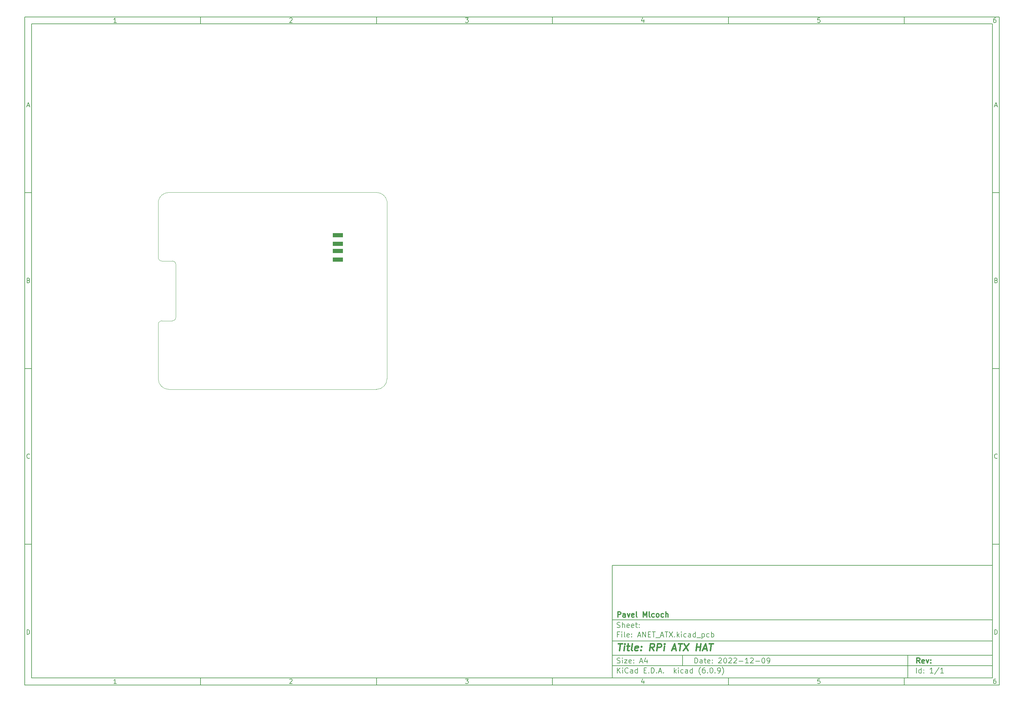
<source format=gbr>
%TF.GenerationSoftware,KiCad,Pcbnew,(6.0.9)*%
%TF.CreationDate,2022-12-14T14:08:06+01:00*%
%TF.ProjectId,ANET_ATX,414e4554-5f41-4545-982e-6b696361645f,rev?*%
%TF.SameCoordinates,Original*%
%TF.FileFunction,Paste,Top*%
%TF.FilePolarity,Positive*%
%FSLAX46Y46*%
G04 Gerber Fmt 4.6, Leading zero omitted, Abs format (unit mm)*
G04 Created by KiCad (PCBNEW (6.0.9)) date 2022-12-14 14:08:06*
%MOMM*%
%LPD*%
G01*
G04 APERTURE LIST*
%ADD10C,0.100000*%
%ADD11C,0.150000*%
%ADD12C,0.300000*%
%ADD13C,0.400000*%
%TA.AperFunction,Profile*%
%ADD14C,0.100000*%
%TD*%
%ADD15R,3.000000X1.250000*%
G04 APERTURE END LIST*
D10*
D11*
X177002200Y-166007200D02*
X177002200Y-198007200D01*
X285002200Y-198007200D01*
X285002200Y-166007200D01*
X177002200Y-166007200D01*
D10*
D11*
X10000000Y-10000000D02*
X10000000Y-200007200D01*
X287002200Y-200007200D01*
X287002200Y-10000000D01*
X10000000Y-10000000D01*
D10*
D11*
X12000000Y-12000000D02*
X12000000Y-198007200D01*
X285002200Y-198007200D01*
X285002200Y-12000000D01*
X12000000Y-12000000D01*
D10*
D11*
X60000000Y-12000000D02*
X60000000Y-10000000D01*
D10*
D11*
X110000000Y-12000000D02*
X110000000Y-10000000D01*
D10*
D11*
X160000000Y-12000000D02*
X160000000Y-10000000D01*
D10*
D11*
X210000000Y-12000000D02*
X210000000Y-10000000D01*
D10*
D11*
X260000000Y-12000000D02*
X260000000Y-10000000D01*
D10*
D11*
X36065476Y-11588095D02*
X35322619Y-11588095D01*
X35694047Y-11588095D02*
X35694047Y-10288095D01*
X35570238Y-10473809D01*
X35446428Y-10597619D01*
X35322619Y-10659523D01*
D10*
D11*
X85322619Y-10411904D02*
X85384523Y-10350000D01*
X85508333Y-10288095D01*
X85817857Y-10288095D01*
X85941666Y-10350000D01*
X86003571Y-10411904D01*
X86065476Y-10535714D01*
X86065476Y-10659523D01*
X86003571Y-10845238D01*
X85260714Y-11588095D01*
X86065476Y-11588095D01*
D10*
D11*
X135260714Y-10288095D02*
X136065476Y-10288095D01*
X135632142Y-10783333D01*
X135817857Y-10783333D01*
X135941666Y-10845238D01*
X136003571Y-10907142D01*
X136065476Y-11030952D01*
X136065476Y-11340476D01*
X136003571Y-11464285D01*
X135941666Y-11526190D01*
X135817857Y-11588095D01*
X135446428Y-11588095D01*
X135322619Y-11526190D01*
X135260714Y-11464285D01*
D10*
D11*
X185941666Y-10721428D02*
X185941666Y-11588095D01*
X185632142Y-10226190D02*
X185322619Y-11154761D01*
X186127380Y-11154761D01*
D10*
D11*
X236003571Y-10288095D02*
X235384523Y-10288095D01*
X235322619Y-10907142D01*
X235384523Y-10845238D01*
X235508333Y-10783333D01*
X235817857Y-10783333D01*
X235941666Y-10845238D01*
X236003571Y-10907142D01*
X236065476Y-11030952D01*
X236065476Y-11340476D01*
X236003571Y-11464285D01*
X235941666Y-11526190D01*
X235817857Y-11588095D01*
X235508333Y-11588095D01*
X235384523Y-11526190D01*
X235322619Y-11464285D01*
D10*
D11*
X285941666Y-10288095D02*
X285694047Y-10288095D01*
X285570238Y-10350000D01*
X285508333Y-10411904D01*
X285384523Y-10597619D01*
X285322619Y-10845238D01*
X285322619Y-11340476D01*
X285384523Y-11464285D01*
X285446428Y-11526190D01*
X285570238Y-11588095D01*
X285817857Y-11588095D01*
X285941666Y-11526190D01*
X286003571Y-11464285D01*
X286065476Y-11340476D01*
X286065476Y-11030952D01*
X286003571Y-10907142D01*
X285941666Y-10845238D01*
X285817857Y-10783333D01*
X285570238Y-10783333D01*
X285446428Y-10845238D01*
X285384523Y-10907142D01*
X285322619Y-11030952D01*
D10*
D11*
X60000000Y-198007200D02*
X60000000Y-200007200D01*
D10*
D11*
X110000000Y-198007200D02*
X110000000Y-200007200D01*
D10*
D11*
X160000000Y-198007200D02*
X160000000Y-200007200D01*
D10*
D11*
X210000000Y-198007200D02*
X210000000Y-200007200D01*
D10*
D11*
X260000000Y-198007200D02*
X260000000Y-200007200D01*
D10*
D11*
X36065476Y-199595295D02*
X35322619Y-199595295D01*
X35694047Y-199595295D02*
X35694047Y-198295295D01*
X35570238Y-198481009D01*
X35446428Y-198604819D01*
X35322619Y-198666723D01*
D10*
D11*
X85322619Y-198419104D02*
X85384523Y-198357200D01*
X85508333Y-198295295D01*
X85817857Y-198295295D01*
X85941666Y-198357200D01*
X86003571Y-198419104D01*
X86065476Y-198542914D01*
X86065476Y-198666723D01*
X86003571Y-198852438D01*
X85260714Y-199595295D01*
X86065476Y-199595295D01*
D10*
D11*
X135260714Y-198295295D02*
X136065476Y-198295295D01*
X135632142Y-198790533D01*
X135817857Y-198790533D01*
X135941666Y-198852438D01*
X136003571Y-198914342D01*
X136065476Y-199038152D01*
X136065476Y-199347676D01*
X136003571Y-199471485D01*
X135941666Y-199533390D01*
X135817857Y-199595295D01*
X135446428Y-199595295D01*
X135322619Y-199533390D01*
X135260714Y-199471485D01*
D10*
D11*
X185941666Y-198728628D02*
X185941666Y-199595295D01*
X185632142Y-198233390D02*
X185322619Y-199161961D01*
X186127380Y-199161961D01*
D10*
D11*
X236003571Y-198295295D02*
X235384523Y-198295295D01*
X235322619Y-198914342D01*
X235384523Y-198852438D01*
X235508333Y-198790533D01*
X235817857Y-198790533D01*
X235941666Y-198852438D01*
X236003571Y-198914342D01*
X236065476Y-199038152D01*
X236065476Y-199347676D01*
X236003571Y-199471485D01*
X235941666Y-199533390D01*
X235817857Y-199595295D01*
X235508333Y-199595295D01*
X235384523Y-199533390D01*
X235322619Y-199471485D01*
D10*
D11*
X285941666Y-198295295D02*
X285694047Y-198295295D01*
X285570238Y-198357200D01*
X285508333Y-198419104D01*
X285384523Y-198604819D01*
X285322619Y-198852438D01*
X285322619Y-199347676D01*
X285384523Y-199471485D01*
X285446428Y-199533390D01*
X285570238Y-199595295D01*
X285817857Y-199595295D01*
X285941666Y-199533390D01*
X286003571Y-199471485D01*
X286065476Y-199347676D01*
X286065476Y-199038152D01*
X286003571Y-198914342D01*
X285941666Y-198852438D01*
X285817857Y-198790533D01*
X285570238Y-198790533D01*
X285446428Y-198852438D01*
X285384523Y-198914342D01*
X285322619Y-199038152D01*
D10*
D11*
X10000000Y-60000000D02*
X12000000Y-60000000D01*
D10*
D11*
X10000000Y-110000000D02*
X12000000Y-110000000D01*
D10*
D11*
X10000000Y-160000000D02*
X12000000Y-160000000D01*
D10*
D11*
X10690476Y-35216666D02*
X11309523Y-35216666D01*
X10566666Y-35588095D02*
X11000000Y-34288095D01*
X11433333Y-35588095D01*
D10*
D11*
X11092857Y-84907142D02*
X11278571Y-84969047D01*
X11340476Y-85030952D01*
X11402380Y-85154761D01*
X11402380Y-85340476D01*
X11340476Y-85464285D01*
X11278571Y-85526190D01*
X11154761Y-85588095D01*
X10659523Y-85588095D01*
X10659523Y-84288095D01*
X11092857Y-84288095D01*
X11216666Y-84350000D01*
X11278571Y-84411904D01*
X11340476Y-84535714D01*
X11340476Y-84659523D01*
X11278571Y-84783333D01*
X11216666Y-84845238D01*
X11092857Y-84907142D01*
X10659523Y-84907142D01*
D10*
D11*
X11402380Y-135464285D02*
X11340476Y-135526190D01*
X11154761Y-135588095D01*
X11030952Y-135588095D01*
X10845238Y-135526190D01*
X10721428Y-135402380D01*
X10659523Y-135278571D01*
X10597619Y-135030952D01*
X10597619Y-134845238D01*
X10659523Y-134597619D01*
X10721428Y-134473809D01*
X10845238Y-134350000D01*
X11030952Y-134288095D01*
X11154761Y-134288095D01*
X11340476Y-134350000D01*
X11402380Y-134411904D01*
D10*
D11*
X10659523Y-185588095D02*
X10659523Y-184288095D01*
X10969047Y-184288095D01*
X11154761Y-184350000D01*
X11278571Y-184473809D01*
X11340476Y-184597619D01*
X11402380Y-184845238D01*
X11402380Y-185030952D01*
X11340476Y-185278571D01*
X11278571Y-185402380D01*
X11154761Y-185526190D01*
X10969047Y-185588095D01*
X10659523Y-185588095D01*
D10*
D11*
X287002200Y-60000000D02*
X285002200Y-60000000D01*
D10*
D11*
X287002200Y-110000000D02*
X285002200Y-110000000D01*
D10*
D11*
X287002200Y-160000000D02*
X285002200Y-160000000D01*
D10*
D11*
X285692676Y-35216666D02*
X286311723Y-35216666D01*
X285568866Y-35588095D02*
X286002200Y-34288095D01*
X286435533Y-35588095D01*
D10*
D11*
X286095057Y-84907142D02*
X286280771Y-84969047D01*
X286342676Y-85030952D01*
X286404580Y-85154761D01*
X286404580Y-85340476D01*
X286342676Y-85464285D01*
X286280771Y-85526190D01*
X286156961Y-85588095D01*
X285661723Y-85588095D01*
X285661723Y-84288095D01*
X286095057Y-84288095D01*
X286218866Y-84350000D01*
X286280771Y-84411904D01*
X286342676Y-84535714D01*
X286342676Y-84659523D01*
X286280771Y-84783333D01*
X286218866Y-84845238D01*
X286095057Y-84907142D01*
X285661723Y-84907142D01*
D10*
D11*
X286404580Y-135464285D02*
X286342676Y-135526190D01*
X286156961Y-135588095D01*
X286033152Y-135588095D01*
X285847438Y-135526190D01*
X285723628Y-135402380D01*
X285661723Y-135278571D01*
X285599819Y-135030952D01*
X285599819Y-134845238D01*
X285661723Y-134597619D01*
X285723628Y-134473809D01*
X285847438Y-134350000D01*
X286033152Y-134288095D01*
X286156961Y-134288095D01*
X286342676Y-134350000D01*
X286404580Y-134411904D01*
D10*
D11*
X285661723Y-185588095D02*
X285661723Y-184288095D01*
X285971247Y-184288095D01*
X286156961Y-184350000D01*
X286280771Y-184473809D01*
X286342676Y-184597619D01*
X286404580Y-184845238D01*
X286404580Y-185030952D01*
X286342676Y-185278571D01*
X286280771Y-185402380D01*
X286156961Y-185526190D01*
X285971247Y-185588095D01*
X285661723Y-185588095D01*
D10*
D11*
X200434342Y-193785771D02*
X200434342Y-192285771D01*
X200791485Y-192285771D01*
X201005771Y-192357200D01*
X201148628Y-192500057D01*
X201220057Y-192642914D01*
X201291485Y-192928628D01*
X201291485Y-193142914D01*
X201220057Y-193428628D01*
X201148628Y-193571485D01*
X201005771Y-193714342D01*
X200791485Y-193785771D01*
X200434342Y-193785771D01*
X202577200Y-193785771D02*
X202577200Y-193000057D01*
X202505771Y-192857200D01*
X202362914Y-192785771D01*
X202077200Y-192785771D01*
X201934342Y-192857200D01*
X202577200Y-193714342D02*
X202434342Y-193785771D01*
X202077200Y-193785771D01*
X201934342Y-193714342D01*
X201862914Y-193571485D01*
X201862914Y-193428628D01*
X201934342Y-193285771D01*
X202077200Y-193214342D01*
X202434342Y-193214342D01*
X202577200Y-193142914D01*
X203077200Y-192785771D02*
X203648628Y-192785771D01*
X203291485Y-192285771D02*
X203291485Y-193571485D01*
X203362914Y-193714342D01*
X203505771Y-193785771D01*
X203648628Y-193785771D01*
X204720057Y-193714342D02*
X204577200Y-193785771D01*
X204291485Y-193785771D01*
X204148628Y-193714342D01*
X204077200Y-193571485D01*
X204077200Y-193000057D01*
X204148628Y-192857200D01*
X204291485Y-192785771D01*
X204577200Y-192785771D01*
X204720057Y-192857200D01*
X204791485Y-193000057D01*
X204791485Y-193142914D01*
X204077200Y-193285771D01*
X205434342Y-193642914D02*
X205505771Y-193714342D01*
X205434342Y-193785771D01*
X205362914Y-193714342D01*
X205434342Y-193642914D01*
X205434342Y-193785771D01*
X205434342Y-192857200D02*
X205505771Y-192928628D01*
X205434342Y-193000057D01*
X205362914Y-192928628D01*
X205434342Y-192857200D01*
X205434342Y-193000057D01*
X207220057Y-192428628D02*
X207291485Y-192357200D01*
X207434342Y-192285771D01*
X207791485Y-192285771D01*
X207934342Y-192357200D01*
X208005771Y-192428628D01*
X208077200Y-192571485D01*
X208077200Y-192714342D01*
X208005771Y-192928628D01*
X207148628Y-193785771D01*
X208077200Y-193785771D01*
X209005771Y-192285771D02*
X209148628Y-192285771D01*
X209291485Y-192357200D01*
X209362914Y-192428628D01*
X209434342Y-192571485D01*
X209505771Y-192857200D01*
X209505771Y-193214342D01*
X209434342Y-193500057D01*
X209362914Y-193642914D01*
X209291485Y-193714342D01*
X209148628Y-193785771D01*
X209005771Y-193785771D01*
X208862914Y-193714342D01*
X208791485Y-193642914D01*
X208720057Y-193500057D01*
X208648628Y-193214342D01*
X208648628Y-192857200D01*
X208720057Y-192571485D01*
X208791485Y-192428628D01*
X208862914Y-192357200D01*
X209005771Y-192285771D01*
X210077200Y-192428628D02*
X210148628Y-192357200D01*
X210291485Y-192285771D01*
X210648628Y-192285771D01*
X210791485Y-192357200D01*
X210862914Y-192428628D01*
X210934342Y-192571485D01*
X210934342Y-192714342D01*
X210862914Y-192928628D01*
X210005771Y-193785771D01*
X210934342Y-193785771D01*
X211505771Y-192428628D02*
X211577200Y-192357200D01*
X211720057Y-192285771D01*
X212077200Y-192285771D01*
X212220057Y-192357200D01*
X212291485Y-192428628D01*
X212362914Y-192571485D01*
X212362914Y-192714342D01*
X212291485Y-192928628D01*
X211434342Y-193785771D01*
X212362914Y-193785771D01*
X213005771Y-193214342D02*
X214148628Y-193214342D01*
X215648628Y-193785771D02*
X214791485Y-193785771D01*
X215220057Y-193785771D02*
X215220057Y-192285771D01*
X215077200Y-192500057D01*
X214934342Y-192642914D01*
X214791485Y-192714342D01*
X216220057Y-192428628D02*
X216291485Y-192357200D01*
X216434342Y-192285771D01*
X216791485Y-192285771D01*
X216934342Y-192357200D01*
X217005771Y-192428628D01*
X217077200Y-192571485D01*
X217077200Y-192714342D01*
X217005771Y-192928628D01*
X216148628Y-193785771D01*
X217077200Y-193785771D01*
X217720057Y-193214342D02*
X218862914Y-193214342D01*
X219862914Y-192285771D02*
X220005771Y-192285771D01*
X220148628Y-192357200D01*
X220220057Y-192428628D01*
X220291485Y-192571485D01*
X220362914Y-192857200D01*
X220362914Y-193214342D01*
X220291485Y-193500057D01*
X220220057Y-193642914D01*
X220148628Y-193714342D01*
X220005771Y-193785771D01*
X219862914Y-193785771D01*
X219720057Y-193714342D01*
X219648628Y-193642914D01*
X219577200Y-193500057D01*
X219505771Y-193214342D01*
X219505771Y-192857200D01*
X219577200Y-192571485D01*
X219648628Y-192428628D01*
X219720057Y-192357200D01*
X219862914Y-192285771D01*
X221077200Y-193785771D02*
X221362914Y-193785771D01*
X221505771Y-193714342D01*
X221577200Y-193642914D01*
X221720057Y-193428628D01*
X221791485Y-193142914D01*
X221791485Y-192571485D01*
X221720057Y-192428628D01*
X221648628Y-192357200D01*
X221505771Y-192285771D01*
X221220057Y-192285771D01*
X221077200Y-192357200D01*
X221005771Y-192428628D01*
X220934342Y-192571485D01*
X220934342Y-192928628D01*
X221005771Y-193071485D01*
X221077200Y-193142914D01*
X221220057Y-193214342D01*
X221505771Y-193214342D01*
X221648628Y-193142914D01*
X221720057Y-193071485D01*
X221791485Y-192928628D01*
D10*
D11*
X177002200Y-194507200D02*
X285002200Y-194507200D01*
D10*
D11*
X178434342Y-196585771D02*
X178434342Y-195085771D01*
X179291485Y-196585771D02*
X178648628Y-195728628D01*
X179291485Y-195085771D02*
X178434342Y-195942914D01*
X179934342Y-196585771D02*
X179934342Y-195585771D01*
X179934342Y-195085771D02*
X179862914Y-195157200D01*
X179934342Y-195228628D01*
X180005771Y-195157200D01*
X179934342Y-195085771D01*
X179934342Y-195228628D01*
X181505771Y-196442914D02*
X181434342Y-196514342D01*
X181220057Y-196585771D01*
X181077200Y-196585771D01*
X180862914Y-196514342D01*
X180720057Y-196371485D01*
X180648628Y-196228628D01*
X180577200Y-195942914D01*
X180577200Y-195728628D01*
X180648628Y-195442914D01*
X180720057Y-195300057D01*
X180862914Y-195157200D01*
X181077200Y-195085771D01*
X181220057Y-195085771D01*
X181434342Y-195157200D01*
X181505771Y-195228628D01*
X182791485Y-196585771D02*
X182791485Y-195800057D01*
X182720057Y-195657200D01*
X182577200Y-195585771D01*
X182291485Y-195585771D01*
X182148628Y-195657200D01*
X182791485Y-196514342D02*
X182648628Y-196585771D01*
X182291485Y-196585771D01*
X182148628Y-196514342D01*
X182077200Y-196371485D01*
X182077200Y-196228628D01*
X182148628Y-196085771D01*
X182291485Y-196014342D01*
X182648628Y-196014342D01*
X182791485Y-195942914D01*
X184148628Y-196585771D02*
X184148628Y-195085771D01*
X184148628Y-196514342D02*
X184005771Y-196585771D01*
X183720057Y-196585771D01*
X183577200Y-196514342D01*
X183505771Y-196442914D01*
X183434342Y-196300057D01*
X183434342Y-195871485D01*
X183505771Y-195728628D01*
X183577200Y-195657200D01*
X183720057Y-195585771D01*
X184005771Y-195585771D01*
X184148628Y-195657200D01*
X186005771Y-195800057D02*
X186505771Y-195800057D01*
X186720057Y-196585771D02*
X186005771Y-196585771D01*
X186005771Y-195085771D01*
X186720057Y-195085771D01*
X187362914Y-196442914D02*
X187434342Y-196514342D01*
X187362914Y-196585771D01*
X187291485Y-196514342D01*
X187362914Y-196442914D01*
X187362914Y-196585771D01*
X188077200Y-196585771D02*
X188077200Y-195085771D01*
X188434342Y-195085771D01*
X188648628Y-195157200D01*
X188791485Y-195300057D01*
X188862914Y-195442914D01*
X188934342Y-195728628D01*
X188934342Y-195942914D01*
X188862914Y-196228628D01*
X188791485Y-196371485D01*
X188648628Y-196514342D01*
X188434342Y-196585771D01*
X188077200Y-196585771D01*
X189577200Y-196442914D02*
X189648628Y-196514342D01*
X189577200Y-196585771D01*
X189505771Y-196514342D01*
X189577200Y-196442914D01*
X189577200Y-196585771D01*
X190220057Y-196157200D02*
X190934342Y-196157200D01*
X190077200Y-196585771D02*
X190577200Y-195085771D01*
X191077200Y-196585771D01*
X191577200Y-196442914D02*
X191648628Y-196514342D01*
X191577200Y-196585771D01*
X191505771Y-196514342D01*
X191577200Y-196442914D01*
X191577200Y-196585771D01*
X194577200Y-196585771D02*
X194577200Y-195085771D01*
X194720057Y-196014342D02*
X195148628Y-196585771D01*
X195148628Y-195585771D02*
X194577200Y-196157200D01*
X195791485Y-196585771D02*
X195791485Y-195585771D01*
X195791485Y-195085771D02*
X195720057Y-195157200D01*
X195791485Y-195228628D01*
X195862914Y-195157200D01*
X195791485Y-195085771D01*
X195791485Y-195228628D01*
X197148628Y-196514342D02*
X197005771Y-196585771D01*
X196720057Y-196585771D01*
X196577200Y-196514342D01*
X196505771Y-196442914D01*
X196434342Y-196300057D01*
X196434342Y-195871485D01*
X196505771Y-195728628D01*
X196577200Y-195657200D01*
X196720057Y-195585771D01*
X197005771Y-195585771D01*
X197148628Y-195657200D01*
X198434342Y-196585771D02*
X198434342Y-195800057D01*
X198362914Y-195657200D01*
X198220057Y-195585771D01*
X197934342Y-195585771D01*
X197791485Y-195657200D01*
X198434342Y-196514342D02*
X198291485Y-196585771D01*
X197934342Y-196585771D01*
X197791485Y-196514342D01*
X197720057Y-196371485D01*
X197720057Y-196228628D01*
X197791485Y-196085771D01*
X197934342Y-196014342D01*
X198291485Y-196014342D01*
X198434342Y-195942914D01*
X199791485Y-196585771D02*
X199791485Y-195085771D01*
X199791485Y-196514342D02*
X199648628Y-196585771D01*
X199362914Y-196585771D01*
X199220057Y-196514342D01*
X199148628Y-196442914D01*
X199077200Y-196300057D01*
X199077200Y-195871485D01*
X199148628Y-195728628D01*
X199220057Y-195657200D01*
X199362914Y-195585771D01*
X199648628Y-195585771D01*
X199791485Y-195657200D01*
X202077200Y-197157200D02*
X202005771Y-197085771D01*
X201862914Y-196871485D01*
X201791485Y-196728628D01*
X201720057Y-196514342D01*
X201648628Y-196157200D01*
X201648628Y-195871485D01*
X201720057Y-195514342D01*
X201791485Y-195300057D01*
X201862914Y-195157200D01*
X202005771Y-194942914D01*
X202077200Y-194871485D01*
X203291485Y-195085771D02*
X203005771Y-195085771D01*
X202862914Y-195157200D01*
X202791485Y-195228628D01*
X202648628Y-195442914D01*
X202577200Y-195728628D01*
X202577200Y-196300057D01*
X202648628Y-196442914D01*
X202720057Y-196514342D01*
X202862914Y-196585771D01*
X203148628Y-196585771D01*
X203291485Y-196514342D01*
X203362914Y-196442914D01*
X203434342Y-196300057D01*
X203434342Y-195942914D01*
X203362914Y-195800057D01*
X203291485Y-195728628D01*
X203148628Y-195657200D01*
X202862914Y-195657200D01*
X202720057Y-195728628D01*
X202648628Y-195800057D01*
X202577200Y-195942914D01*
X204077200Y-196442914D02*
X204148628Y-196514342D01*
X204077200Y-196585771D01*
X204005771Y-196514342D01*
X204077200Y-196442914D01*
X204077200Y-196585771D01*
X205077200Y-195085771D02*
X205220057Y-195085771D01*
X205362914Y-195157200D01*
X205434342Y-195228628D01*
X205505771Y-195371485D01*
X205577200Y-195657200D01*
X205577200Y-196014342D01*
X205505771Y-196300057D01*
X205434342Y-196442914D01*
X205362914Y-196514342D01*
X205220057Y-196585771D01*
X205077200Y-196585771D01*
X204934342Y-196514342D01*
X204862914Y-196442914D01*
X204791485Y-196300057D01*
X204720057Y-196014342D01*
X204720057Y-195657200D01*
X204791485Y-195371485D01*
X204862914Y-195228628D01*
X204934342Y-195157200D01*
X205077200Y-195085771D01*
X206220057Y-196442914D02*
X206291485Y-196514342D01*
X206220057Y-196585771D01*
X206148628Y-196514342D01*
X206220057Y-196442914D01*
X206220057Y-196585771D01*
X207005771Y-196585771D02*
X207291485Y-196585771D01*
X207434342Y-196514342D01*
X207505771Y-196442914D01*
X207648628Y-196228628D01*
X207720057Y-195942914D01*
X207720057Y-195371485D01*
X207648628Y-195228628D01*
X207577200Y-195157200D01*
X207434342Y-195085771D01*
X207148628Y-195085771D01*
X207005771Y-195157200D01*
X206934342Y-195228628D01*
X206862914Y-195371485D01*
X206862914Y-195728628D01*
X206934342Y-195871485D01*
X207005771Y-195942914D01*
X207148628Y-196014342D01*
X207434342Y-196014342D01*
X207577200Y-195942914D01*
X207648628Y-195871485D01*
X207720057Y-195728628D01*
X208220057Y-197157200D02*
X208291485Y-197085771D01*
X208434342Y-196871485D01*
X208505771Y-196728628D01*
X208577200Y-196514342D01*
X208648628Y-196157200D01*
X208648628Y-195871485D01*
X208577200Y-195514342D01*
X208505771Y-195300057D01*
X208434342Y-195157200D01*
X208291485Y-194942914D01*
X208220057Y-194871485D01*
D10*
D11*
X177002200Y-191507200D02*
X285002200Y-191507200D01*
D10*
D12*
X264411485Y-193785771D02*
X263911485Y-193071485D01*
X263554342Y-193785771D02*
X263554342Y-192285771D01*
X264125771Y-192285771D01*
X264268628Y-192357200D01*
X264340057Y-192428628D01*
X264411485Y-192571485D01*
X264411485Y-192785771D01*
X264340057Y-192928628D01*
X264268628Y-193000057D01*
X264125771Y-193071485D01*
X263554342Y-193071485D01*
X265625771Y-193714342D02*
X265482914Y-193785771D01*
X265197200Y-193785771D01*
X265054342Y-193714342D01*
X264982914Y-193571485D01*
X264982914Y-193000057D01*
X265054342Y-192857200D01*
X265197200Y-192785771D01*
X265482914Y-192785771D01*
X265625771Y-192857200D01*
X265697200Y-193000057D01*
X265697200Y-193142914D01*
X264982914Y-193285771D01*
X266197200Y-192785771D02*
X266554342Y-193785771D01*
X266911485Y-192785771D01*
X267482914Y-193642914D02*
X267554342Y-193714342D01*
X267482914Y-193785771D01*
X267411485Y-193714342D01*
X267482914Y-193642914D01*
X267482914Y-193785771D01*
X267482914Y-192857200D02*
X267554342Y-192928628D01*
X267482914Y-193000057D01*
X267411485Y-192928628D01*
X267482914Y-192857200D01*
X267482914Y-193000057D01*
D10*
D11*
X178362914Y-193714342D02*
X178577200Y-193785771D01*
X178934342Y-193785771D01*
X179077200Y-193714342D01*
X179148628Y-193642914D01*
X179220057Y-193500057D01*
X179220057Y-193357200D01*
X179148628Y-193214342D01*
X179077200Y-193142914D01*
X178934342Y-193071485D01*
X178648628Y-193000057D01*
X178505771Y-192928628D01*
X178434342Y-192857200D01*
X178362914Y-192714342D01*
X178362914Y-192571485D01*
X178434342Y-192428628D01*
X178505771Y-192357200D01*
X178648628Y-192285771D01*
X179005771Y-192285771D01*
X179220057Y-192357200D01*
X179862914Y-193785771D02*
X179862914Y-192785771D01*
X179862914Y-192285771D02*
X179791485Y-192357200D01*
X179862914Y-192428628D01*
X179934342Y-192357200D01*
X179862914Y-192285771D01*
X179862914Y-192428628D01*
X180434342Y-192785771D02*
X181220057Y-192785771D01*
X180434342Y-193785771D01*
X181220057Y-193785771D01*
X182362914Y-193714342D02*
X182220057Y-193785771D01*
X181934342Y-193785771D01*
X181791485Y-193714342D01*
X181720057Y-193571485D01*
X181720057Y-193000057D01*
X181791485Y-192857200D01*
X181934342Y-192785771D01*
X182220057Y-192785771D01*
X182362914Y-192857200D01*
X182434342Y-193000057D01*
X182434342Y-193142914D01*
X181720057Y-193285771D01*
X183077200Y-193642914D02*
X183148628Y-193714342D01*
X183077200Y-193785771D01*
X183005771Y-193714342D01*
X183077200Y-193642914D01*
X183077200Y-193785771D01*
X183077200Y-192857200D02*
X183148628Y-192928628D01*
X183077200Y-193000057D01*
X183005771Y-192928628D01*
X183077200Y-192857200D01*
X183077200Y-193000057D01*
X184862914Y-193357200D02*
X185577200Y-193357200D01*
X184720057Y-193785771D02*
X185220057Y-192285771D01*
X185720057Y-193785771D01*
X186862914Y-192785771D02*
X186862914Y-193785771D01*
X186505771Y-192214342D02*
X186148628Y-193285771D01*
X187077200Y-193285771D01*
D10*
D11*
X263434342Y-196585771D02*
X263434342Y-195085771D01*
X264791485Y-196585771D02*
X264791485Y-195085771D01*
X264791485Y-196514342D02*
X264648628Y-196585771D01*
X264362914Y-196585771D01*
X264220057Y-196514342D01*
X264148628Y-196442914D01*
X264077200Y-196300057D01*
X264077200Y-195871485D01*
X264148628Y-195728628D01*
X264220057Y-195657200D01*
X264362914Y-195585771D01*
X264648628Y-195585771D01*
X264791485Y-195657200D01*
X265505771Y-196442914D02*
X265577200Y-196514342D01*
X265505771Y-196585771D01*
X265434342Y-196514342D01*
X265505771Y-196442914D01*
X265505771Y-196585771D01*
X265505771Y-195657200D02*
X265577200Y-195728628D01*
X265505771Y-195800057D01*
X265434342Y-195728628D01*
X265505771Y-195657200D01*
X265505771Y-195800057D01*
X268148628Y-196585771D02*
X267291485Y-196585771D01*
X267720057Y-196585771D02*
X267720057Y-195085771D01*
X267577200Y-195300057D01*
X267434342Y-195442914D01*
X267291485Y-195514342D01*
X269862914Y-195014342D02*
X268577200Y-196942914D01*
X271148628Y-196585771D02*
X270291485Y-196585771D01*
X270720057Y-196585771D02*
X270720057Y-195085771D01*
X270577200Y-195300057D01*
X270434342Y-195442914D01*
X270291485Y-195514342D01*
D10*
D11*
X177002200Y-187507200D02*
X285002200Y-187507200D01*
D10*
D13*
X178714580Y-188211961D02*
X179857438Y-188211961D01*
X179036009Y-190211961D02*
X179286009Y-188211961D01*
X180274104Y-190211961D02*
X180440771Y-188878628D01*
X180524104Y-188211961D02*
X180416961Y-188307200D01*
X180500295Y-188402438D01*
X180607438Y-188307200D01*
X180524104Y-188211961D01*
X180500295Y-188402438D01*
X181107438Y-188878628D02*
X181869342Y-188878628D01*
X181476485Y-188211961D02*
X181262200Y-189926247D01*
X181333628Y-190116723D01*
X181512200Y-190211961D01*
X181702676Y-190211961D01*
X182655057Y-190211961D02*
X182476485Y-190116723D01*
X182405057Y-189926247D01*
X182619342Y-188211961D01*
X184190771Y-190116723D02*
X183988390Y-190211961D01*
X183607438Y-190211961D01*
X183428866Y-190116723D01*
X183357438Y-189926247D01*
X183452676Y-189164342D01*
X183571723Y-188973866D01*
X183774104Y-188878628D01*
X184155057Y-188878628D01*
X184333628Y-188973866D01*
X184405057Y-189164342D01*
X184381247Y-189354819D01*
X183405057Y-189545295D01*
X185155057Y-190021485D02*
X185238390Y-190116723D01*
X185131247Y-190211961D01*
X185047914Y-190116723D01*
X185155057Y-190021485D01*
X185131247Y-190211961D01*
X185286009Y-188973866D02*
X185369342Y-189069104D01*
X185262200Y-189164342D01*
X185178866Y-189069104D01*
X185286009Y-188973866D01*
X185262200Y-189164342D01*
X188750295Y-190211961D02*
X188202676Y-189259580D01*
X187607438Y-190211961D02*
X187857438Y-188211961D01*
X188619342Y-188211961D01*
X188797914Y-188307200D01*
X188881247Y-188402438D01*
X188952676Y-188592914D01*
X188916961Y-188878628D01*
X188797914Y-189069104D01*
X188690771Y-189164342D01*
X188488390Y-189259580D01*
X187726485Y-189259580D01*
X189607438Y-190211961D02*
X189857438Y-188211961D01*
X190619342Y-188211961D01*
X190797914Y-188307200D01*
X190881247Y-188402438D01*
X190952676Y-188592914D01*
X190916961Y-188878628D01*
X190797914Y-189069104D01*
X190690771Y-189164342D01*
X190488390Y-189259580D01*
X189726485Y-189259580D01*
X191607438Y-190211961D02*
X191774104Y-188878628D01*
X191857438Y-188211961D02*
X191750295Y-188307200D01*
X191833628Y-188402438D01*
X191940771Y-188307200D01*
X191857438Y-188211961D01*
X191833628Y-188402438D01*
X194059819Y-189640533D02*
X195012200Y-189640533D01*
X193797914Y-190211961D02*
X194714580Y-188211961D01*
X195131247Y-190211961D01*
X195762200Y-188211961D02*
X196905057Y-188211961D01*
X196083628Y-190211961D02*
X196333628Y-188211961D01*
X197381247Y-188211961D02*
X198464580Y-190211961D01*
X198714580Y-188211961D02*
X197131247Y-190211961D01*
X200750295Y-190211961D02*
X201000295Y-188211961D01*
X200881247Y-189164342D02*
X202024104Y-189164342D01*
X201893152Y-190211961D02*
X202143152Y-188211961D01*
X202821723Y-189640533D02*
X203774104Y-189640533D01*
X202559819Y-190211961D02*
X203476485Y-188211961D01*
X203893152Y-190211961D01*
X204524104Y-188211961D02*
X205666961Y-188211961D01*
X204845533Y-190211961D02*
X205095533Y-188211961D01*
D10*
D11*
X178934342Y-185600057D02*
X178434342Y-185600057D01*
X178434342Y-186385771D02*
X178434342Y-184885771D01*
X179148628Y-184885771D01*
X179720057Y-186385771D02*
X179720057Y-185385771D01*
X179720057Y-184885771D02*
X179648628Y-184957200D01*
X179720057Y-185028628D01*
X179791485Y-184957200D01*
X179720057Y-184885771D01*
X179720057Y-185028628D01*
X180648628Y-186385771D02*
X180505771Y-186314342D01*
X180434342Y-186171485D01*
X180434342Y-184885771D01*
X181791485Y-186314342D02*
X181648628Y-186385771D01*
X181362914Y-186385771D01*
X181220057Y-186314342D01*
X181148628Y-186171485D01*
X181148628Y-185600057D01*
X181220057Y-185457200D01*
X181362914Y-185385771D01*
X181648628Y-185385771D01*
X181791485Y-185457200D01*
X181862914Y-185600057D01*
X181862914Y-185742914D01*
X181148628Y-185885771D01*
X182505771Y-186242914D02*
X182577200Y-186314342D01*
X182505771Y-186385771D01*
X182434342Y-186314342D01*
X182505771Y-186242914D01*
X182505771Y-186385771D01*
X182505771Y-185457200D02*
X182577200Y-185528628D01*
X182505771Y-185600057D01*
X182434342Y-185528628D01*
X182505771Y-185457200D01*
X182505771Y-185600057D01*
X184291485Y-185957200D02*
X185005771Y-185957200D01*
X184148628Y-186385771D02*
X184648628Y-184885771D01*
X185148628Y-186385771D01*
X185648628Y-186385771D02*
X185648628Y-184885771D01*
X186505771Y-186385771D01*
X186505771Y-184885771D01*
X187220057Y-185600057D02*
X187720057Y-185600057D01*
X187934342Y-186385771D02*
X187220057Y-186385771D01*
X187220057Y-184885771D01*
X187934342Y-184885771D01*
X188362914Y-184885771D02*
X189220057Y-184885771D01*
X188791485Y-186385771D02*
X188791485Y-184885771D01*
X189362914Y-186528628D02*
X190505771Y-186528628D01*
X190791485Y-185957200D02*
X191505771Y-185957200D01*
X190648628Y-186385771D02*
X191148628Y-184885771D01*
X191648628Y-186385771D01*
X191934342Y-184885771D02*
X192791485Y-184885771D01*
X192362914Y-186385771D02*
X192362914Y-184885771D01*
X193148628Y-184885771D02*
X194148628Y-186385771D01*
X194148628Y-184885771D02*
X193148628Y-186385771D01*
X194720057Y-186242914D02*
X194791485Y-186314342D01*
X194720057Y-186385771D01*
X194648628Y-186314342D01*
X194720057Y-186242914D01*
X194720057Y-186385771D01*
X195434342Y-186385771D02*
X195434342Y-184885771D01*
X195577200Y-185814342D02*
X196005771Y-186385771D01*
X196005771Y-185385771D02*
X195434342Y-185957200D01*
X196648628Y-186385771D02*
X196648628Y-185385771D01*
X196648628Y-184885771D02*
X196577200Y-184957200D01*
X196648628Y-185028628D01*
X196720057Y-184957200D01*
X196648628Y-184885771D01*
X196648628Y-185028628D01*
X198005771Y-186314342D02*
X197862914Y-186385771D01*
X197577200Y-186385771D01*
X197434342Y-186314342D01*
X197362914Y-186242914D01*
X197291485Y-186100057D01*
X197291485Y-185671485D01*
X197362914Y-185528628D01*
X197434342Y-185457200D01*
X197577200Y-185385771D01*
X197862914Y-185385771D01*
X198005771Y-185457200D01*
X199291485Y-186385771D02*
X199291485Y-185600057D01*
X199220057Y-185457200D01*
X199077200Y-185385771D01*
X198791485Y-185385771D01*
X198648628Y-185457200D01*
X199291485Y-186314342D02*
X199148628Y-186385771D01*
X198791485Y-186385771D01*
X198648628Y-186314342D01*
X198577200Y-186171485D01*
X198577200Y-186028628D01*
X198648628Y-185885771D01*
X198791485Y-185814342D01*
X199148628Y-185814342D01*
X199291485Y-185742914D01*
X200648628Y-186385771D02*
X200648628Y-184885771D01*
X200648628Y-186314342D02*
X200505771Y-186385771D01*
X200220057Y-186385771D01*
X200077200Y-186314342D01*
X200005771Y-186242914D01*
X199934342Y-186100057D01*
X199934342Y-185671485D01*
X200005771Y-185528628D01*
X200077200Y-185457200D01*
X200220057Y-185385771D01*
X200505771Y-185385771D01*
X200648628Y-185457200D01*
X201005771Y-186528628D02*
X202148628Y-186528628D01*
X202505771Y-185385771D02*
X202505771Y-186885771D01*
X202505771Y-185457200D02*
X202648628Y-185385771D01*
X202934342Y-185385771D01*
X203077200Y-185457200D01*
X203148628Y-185528628D01*
X203220057Y-185671485D01*
X203220057Y-186100057D01*
X203148628Y-186242914D01*
X203077200Y-186314342D01*
X202934342Y-186385771D01*
X202648628Y-186385771D01*
X202505771Y-186314342D01*
X204505771Y-186314342D02*
X204362914Y-186385771D01*
X204077200Y-186385771D01*
X203934342Y-186314342D01*
X203862914Y-186242914D01*
X203791485Y-186100057D01*
X203791485Y-185671485D01*
X203862914Y-185528628D01*
X203934342Y-185457200D01*
X204077200Y-185385771D01*
X204362914Y-185385771D01*
X204505771Y-185457200D01*
X205148628Y-186385771D02*
X205148628Y-184885771D01*
X205148628Y-185457200D02*
X205291485Y-185385771D01*
X205577200Y-185385771D01*
X205720057Y-185457200D01*
X205791485Y-185528628D01*
X205862914Y-185671485D01*
X205862914Y-186100057D01*
X205791485Y-186242914D01*
X205720057Y-186314342D01*
X205577200Y-186385771D01*
X205291485Y-186385771D01*
X205148628Y-186314342D01*
D10*
D11*
X177002200Y-181507200D02*
X285002200Y-181507200D01*
D10*
D11*
X178362914Y-183614342D02*
X178577200Y-183685771D01*
X178934342Y-183685771D01*
X179077200Y-183614342D01*
X179148628Y-183542914D01*
X179220057Y-183400057D01*
X179220057Y-183257200D01*
X179148628Y-183114342D01*
X179077200Y-183042914D01*
X178934342Y-182971485D01*
X178648628Y-182900057D01*
X178505771Y-182828628D01*
X178434342Y-182757200D01*
X178362914Y-182614342D01*
X178362914Y-182471485D01*
X178434342Y-182328628D01*
X178505771Y-182257200D01*
X178648628Y-182185771D01*
X179005771Y-182185771D01*
X179220057Y-182257200D01*
X179862914Y-183685771D02*
X179862914Y-182185771D01*
X180505771Y-183685771D02*
X180505771Y-182900057D01*
X180434342Y-182757200D01*
X180291485Y-182685771D01*
X180077200Y-182685771D01*
X179934342Y-182757200D01*
X179862914Y-182828628D01*
X181791485Y-183614342D02*
X181648628Y-183685771D01*
X181362914Y-183685771D01*
X181220057Y-183614342D01*
X181148628Y-183471485D01*
X181148628Y-182900057D01*
X181220057Y-182757200D01*
X181362914Y-182685771D01*
X181648628Y-182685771D01*
X181791485Y-182757200D01*
X181862914Y-182900057D01*
X181862914Y-183042914D01*
X181148628Y-183185771D01*
X183077200Y-183614342D02*
X182934342Y-183685771D01*
X182648628Y-183685771D01*
X182505771Y-183614342D01*
X182434342Y-183471485D01*
X182434342Y-182900057D01*
X182505771Y-182757200D01*
X182648628Y-182685771D01*
X182934342Y-182685771D01*
X183077200Y-182757200D01*
X183148628Y-182900057D01*
X183148628Y-183042914D01*
X182434342Y-183185771D01*
X183577200Y-182685771D02*
X184148628Y-182685771D01*
X183791485Y-182185771D02*
X183791485Y-183471485D01*
X183862914Y-183614342D01*
X184005771Y-183685771D01*
X184148628Y-183685771D01*
X184648628Y-183542914D02*
X184720057Y-183614342D01*
X184648628Y-183685771D01*
X184577200Y-183614342D01*
X184648628Y-183542914D01*
X184648628Y-183685771D01*
X184648628Y-182757200D02*
X184720057Y-182828628D01*
X184648628Y-182900057D01*
X184577200Y-182828628D01*
X184648628Y-182757200D01*
X184648628Y-182900057D01*
D10*
D12*
X178554342Y-180685771D02*
X178554342Y-179185771D01*
X179125771Y-179185771D01*
X179268628Y-179257200D01*
X179340057Y-179328628D01*
X179411485Y-179471485D01*
X179411485Y-179685771D01*
X179340057Y-179828628D01*
X179268628Y-179900057D01*
X179125771Y-179971485D01*
X178554342Y-179971485D01*
X180697200Y-180685771D02*
X180697200Y-179900057D01*
X180625771Y-179757200D01*
X180482914Y-179685771D01*
X180197200Y-179685771D01*
X180054342Y-179757200D01*
X180697200Y-180614342D02*
X180554342Y-180685771D01*
X180197200Y-180685771D01*
X180054342Y-180614342D01*
X179982914Y-180471485D01*
X179982914Y-180328628D01*
X180054342Y-180185771D01*
X180197200Y-180114342D01*
X180554342Y-180114342D01*
X180697200Y-180042914D01*
X181268628Y-179685771D02*
X181625771Y-180685771D01*
X181982914Y-179685771D01*
X183125771Y-180614342D02*
X182982914Y-180685771D01*
X182697200Y-180685771D01*
X182554342Y-180614342D01*
X182482914Y-180471485D01*
X182482914Y-179900057D01*
X182554342Y-179757200D01*
X182697200Y-179685771D01*
X182982914Y-179685771D01*
X183125771Y-179757200D01*
X183197200Y-179900057D01*
X183197200Y-180042914D01*
X182482914Y-180185771D01*
X184054342Y-180685771D02*
X183911485Y-180614342D01*
X183840057Y-180471485D01*
X183840057Y-179185771D01*
X185768628Y-180685771D02*
X185768628Y-179185771D01*
X186268628Y-180257200D01*
X186768628Y-179185771D01*
X186768628Y-180685771D01*
X187697200Y-180685771D02*
X187554342Y-180614342D01*
X187482914Y-180471485D01*
X187482914Y-179185771D01*
X188911485Y-180614342D02*
X188768628Y-180685771D01*
X188482914Y-180685771D01*
X188340057Y-180614342D01*
X188268628Y-180542914D01*
X188197200Y-180400057D01*
X188197200Y-179971485D01*
X188268628Y-179828628D01*
X188340057Y-179757200D01*
X188482914Y-179685771D01*
X188768628Y-179685771D01*
X188911485Y-179757200D01*
X189768628Y-180685771D02*
X189625771Y-180614342D01*
X189554342Y-180542914D01*
X189482914Y-180400057D01*
X189482914Y-179971485D01*
X189554342Y-179828628D01*
X189625771Y-179757200D01*
X189768628Y-179685771D01*
X189982914Y-179685771D01*
X190125771Y-179757200D01*
X190197200Y-179828628D01*
X190268628Y-179971485D01*
X190268628Y-180400057D01*
X190197200Y-180542914D01*
X190125771Y-180614342D01*
X189982914Y-180685771D01*
X189768628Y-180685771D01*
X191554342Y-180614342D02*
X191411485Y-180685771D01*
X191125771Y-180685771D01*
X190982914Y-180614342D01*
X190911485Y-180542914D01*
X190840057Y-180400057D01*
X190840057Y-179971485D01*
X190911485Y-179828628D01*
X190982914Y-179757200D01*
X191125771Y-179685771D01*
X191411485Y-179685771D01*
X191554342Y-179757200D01*
X192197200Y-180685771D02*
X192197200Y-179185771D01*
X192840057Y-180685771D02*
X192840057Y-179900057D01*
X192768628Y-179757200D01*
X192625771Y-179685771D01*
X192411485Y-179685771D01*
X192268628Y-179757200D01*
X192197200Y-179828628D01*
D10*
D11*
D10*
D11*
D10*
D11*
D10*
D11*
D10*
D11*
X197002200Y-191507200D02*
X197002200Y-194507200D01*
D10*
D11*
X261002200Y-191507200D02*
X261002200Y-198007200D01*
D14*
X47975000Y-112925000D02*
G75*
G03*
X50975000Y-115925000I3000000J0D01*
G01*
X50975000Y-59925000D02*
G75*
G03*
X47975000Y-62425000I0J-3050000D01*
G01*
X47975000Y-62425000D02*
X47975000Y-78425000D01*
X52975000Y-80425000D02*
X52975000Y-95425000D01*
X51975000Y-96425000D02*
G75*
G03*
X52975000Y-95425000I0J1000000D01*
G01*
X47975000Y-97425000D02*
X47975000Y-112925000D01*
X52975000Y-80425000D02*
G75*
G03*
X51975000Y-79425000I-1000000J0D01*
G01*
X47975000Y-78425000D02*
G75*
G03*
X48975000Y-79425000I1000000J0D01*
G01*
X48975000Y-96425000D02*
G75*
G03*
X47975000Y-97425000I0J-1000000D01*
G01*
X48975000Y-96425000D02*
X51975000Y-96425000D01*
X48975000Y-79425000D02*
X51975000Y-79425000D01*
X109975000Y-115925000D02*
G75*
G03*
X112975000Y-112925000I0J3000000D01*
G01*
X112975000Y-62425000D02*
X112975000Y-112925000D01*
X112975000Y-62425000D02*
G75*
G03*
X109975000Y-59925000I-3000000J-550000D01*
G01*
X50975000Y-115925000D02*
X109975000Y-115925000D01*
X50975000Y-59925000D02*
X109975000Y-59925000D01*
D15*
%TO.C,USB*%
X99045000Y-79050000D03*
X99045000Y-76550000D03*
X99045000Y-74550000D03*
X99045000Y-72050000D03*
%TD*%
M02*

</source>
